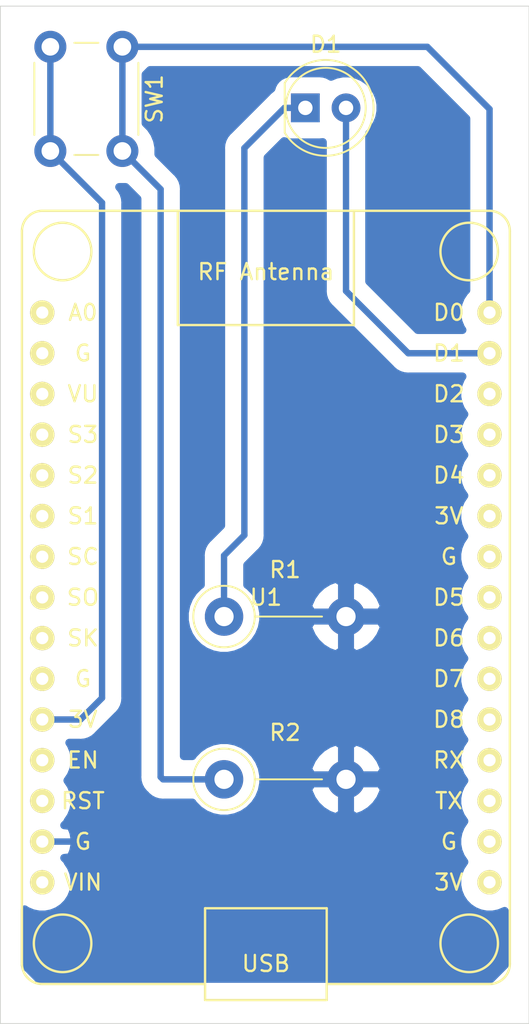
<source format=kicad_pcb>
(kicad_pcb (version 20171130) (host pcbnew 5.1.5-52549c5~86~ubuntu18.04.1)

  (general
    (thickness 1.6)
    (drawings 4)
    (tracks 25)
    (zones 0)
    (modules 5)
    (nets 32)
  )

  (page A4)
  (title_block
    (title "NodeMCU Boton del Pánio ")
    (date 2020-04-20)
    (rev V1.0)
    (company "IES Seritium")
    (comment 1 "por Aurelio Gallardo ")
  )

  (layers
    (0 F.Cu jumper)
    (31 B.Cu signal)
    (33 F.Adhes user)
    (35 F.Paste user)
    (37 F.SilkS user)
    (38 B.Mask user)
    (39 F.Mask user)
    (40 Dwgs.User user)
    (41 Cmts.User user)
    (42 Eco1.User user)
    (43 Eco2.User user)
    (44 Edge.Cuts user)
    (45 Margin user)
    (46 B.CrtYd user)
    (47 F.CrtYd user)
    (49 F.Fab user)
  )

  (setup
    (last_trace_width 0.25)
    (user_trace_width 0.4)
    (trace_clearance 0.2)
    (zone_clearance 1)
    (zone_45_only no)
    (trace_min 0.2)
    (via_size 0.8)
    (via_drill 0.4)
    (via_min_size 0.4)
    (via_min_drill 0.3)
    (user_via 0.5 0.4)
    (uvia_size 0.3)
    (uvia_drill 0.1)
    (uvias_allowed no)
    (uvia_min_size 0.2)
    (uvia_min_drill 0.1)
    (edge_width 0.05)
    (segment_width 0.2)
    (pcb_text_width 0.3)
    (pcb_text_size 1.5 1.5)
    (mod_edge_width 0.12)
    (mod_text_size 1 1)
    (mod_text_width 0.15)
    (pad_size 1.524 1.524)
    (pad_drill 0.762)
    (pad_to_mask_clearance 0.051)
    (solder_mask_min_width 0.25)
    (aux_axis_origin 0 0)
    (visible_elements FFFFFF7F)
    (pcbplotparams
      (layerselection 0x010e8_ffffffff)
      (usegerberextensions false)
      (usegerberattributes false)
      (usegerberadvancedattributes false)
      (creategerberjobfile false)
      (excludeedgelayer true)
      (linewidth 0.100000)
      (plotframeref false)
      (viasonmask false)
      (mode 1)
      (useauxorigin false)
      (hpglpennumber 1)
      (hpglpenspeed 20)
      (hpglpendiameter 15.000000)
      (psnegative false)
      (psa4output false)
      (plotreference true)
      (plotvalue true)
      (plotinvisibletext false)
      (padsonsilk false)
      (subtractmaskfromsilk false)
      (outputformat 1)
      (mirror false)
      (drillshape 0)
      (scaleselection 1)
      (outputdirectory ""))
  )

  (net 0 "")
  (net 1 "Net-(D1-Pad1)")
  (net 2 "Net-(D1-Pad2)")
  (net 3 "Net-(R1-Pad2)")
  (net 4 /SWtoD0)
  (net 5 Vdc)
  (net 6 "Net-(U1-Pad1)")
  (net 7 "Net-(U1-Pad2)")
  (net 8 "Net-(U1-Pad3)")
  (net 9 "Net-(U1-Pad4)")
  (net 10 "Net-(U1-Pad5)")
  (net 11 "Net-(U1-Pad6)")
  (net 12 "Net-(U1-Pad7)")
  (net 13 "Net-(U1-Pad8)")
  (net 14 "Net-(U1-Pad9)")
  (net 15 "Net-(U1-Pad10)")
  (net 16 "Net-(U1-Pad12)")
  (net 17 "Net-(U1-Pad13)")
  (net 18 "Net-(U1-Pad15)")
  (net 19 "Net-(U1-Pad16)")
  (net 20 "Net-(U1-Pad17)")
  (net 21 "Net-(U1-Pad18)")
  (net 22 "Net-(U1-Pad19)")
  (net 23 "Net-(U1-Pad20)")
  (net 24 "Net-(U1-Pad21)")
  (net 25 "Net-(U1-Pad22)")
  (net 26 "Net-(U1-Pad23)")
  (net 27 "Net-(U1-Pad24)")
  (net 28 "Net-(U1-Pad25)")
  (net 29 "Net-(U1-Pad26)")
  (net 30 "Net-(U1-Pad27)")
  (net 31 "Net-(U1-Pad28)")

  (net_class Default "Esta es la clase de red por defecto."
    (clearance 0.2)
    (trace_width 0.25)
    (via_dia 0.8)
    (via_drill 0.4)
    (uvia_dia 0.3)
    (uvia_drill 0.1)
    (add_net /SWtoD0)
    (add_net "Net-(D1-Pad1)")
    (add_net "Net-(D1-Pad2)")
    (add_net "Net-(R1-Pad2)")
    (add_net "Net-(U1-Pad1)")
    (add_net "Net-(U1-Pad10)")
    (add_net "Net-(U1-Pad12)")
    (add_net "Net-(U1-Pad13)")
    (add_net "Net-(U1-Pad15)")
    (add_net "Net-(U1-Pad16)")
    (add_net "Net-(U1-Pad17)")
    (add_net "Net-(U1-Pad18)")
    (add_net "Net-(U1-Pad19)")
    (add_net "Net-(U1-Pad2)")
    (add_net "Net-(U1-Pad20)")
    (add_net "Net-(U1-Pad21)")
    (add_net "Net-(U1-Pad22)")
    (add_net "Net-(U1-Pad23)")
    (add_net "Net-(U1-Pad24)")
    (add_net "Net-(U1-Pad25)")
    (add_net "Net-(U1-Pad26)")
    (add_net "Net-(U1-Pad27)")
    (add_net "Net-(U1-Pad28)")
    (add_net "Net-(U1-Pad3)")
    (add_net "Net-(U1-Pad4)")
    (add_net "Net-(U1-Pad5)")
    (add_net "Net-(U1-Pad6)")
    (add_net "Net-(U1-Pad7)")
    (add_net "Net-(U1-Pad8)")
    (add_net "Net-(U1-Pad9)")
    (add_net Vdc)
  )

  (module Button_Switch_THT:SW_PUSH_6mm_H13mm (layer F.Cu) (tedit 5A02FE31) (tstamp 5E9DC5A3)
    (at 132.08 59.69 270)
    (descr "tactile push button, 6x6mm e.g. PHAP33xx series, height=13mm")
    (tags "tact sw push 6mm")
    (path /5E9DBCBD)
    (fp_text reference SW1 (at 3.25 -2 90) (layer F.SilkS)
      (effects (font (size 1 1) (thickness 0.15)))
    )
    (fp_text value SW_Push_Dual_x2 (at 3.75 6.7 90) (layer F.Fab)
      (effects (font (size 1 1) (thickness 0.15)))
    )
    (fp_text user %R (at 3.25 2.25 90) (layer F.Fab)
      (effects (font (size 1 1) (thickness 0.15)))
    )
    (fp_line (start 3.25 -0.75) (end 6.25 -0.75) (layer F.Fab) (width 0.1))
    (fp_line (start 6.25 -0.75) (end 6.25 5.25) (layer F.Fab) (width 0.1))
    (fp_line (start 6.25 5.25) (end 0.25 5.25) (layer F.Fab) (width 0.1))
    (fp_line (start 0.25 5.25) (end 0.25 -0.75) (layer F.Fab) (width 0.1))
    (fp_line (start 0.25 -0.75) (end 3.25 -0.75) (layer F.Fab) (width 0.1))
    (fp_line (start 7.75 6) (end 8 6) (layer F.CrtYd) (width 0.05))
    (fp_line (start 8 6) (end 8 5.75) (layer F.CrtYd) (width 0.05))
    (fp_line (start 7.75 -1.5) (end 8 -1.5) (layer F.CrtYd) (width 0.05))
    (fp_line (start 8 -1.5) (end 8 -1.25) (layer F.CrtYd) (width 0.05))
    (fp_line (start -1.5 -1.25) (end -1.5 -1.5) (layer F.CrtYd) (width 0.05))
    (fp_line (start -1.5 -1.5) (end -1.25 -1.5) (layer F.CrtYd) (width 0.05))
    (fp_line (start -1.5 5.75) (end -1.5 6) (layer F.CrtYd) (width 0.05))
    (fp_line (start -1.5 6) (end -1.25 6) (layer F.CrtYd) (width 0.05))
    (fp_line (start -1.25 -1.5) (end 7.75 -1.5) (layer F.CrtYd) (width 0.05))
    (fp_line (start -1.5 5.75) (end -1.5 -1.25) (layer F.CrtYd) (width 0.05))
    (fp_line (start 7.75 6) (end -1.25 6) (layer F.CrtYd) (width 0.05))
    (fp_line (start 8 -1.25) (end 8 5.75) (layer F.CrtYd) (width 0.05))
    (fp_line (start 1 5.5) (end 5.5 5.5) (layer F.SilkS) (width 0.12))
    (fp_line (start -0.25 1.5) (end -0.25 3) (layer F.SilkS) (width 0.12))
    (fp_line (start 5.5 -1) (end 1 -1) (layer F.SilkS) (width 0.12))
    (fp_line (start 6.75 3) (end 6.75 1.5) (layer F.SilkS) (width 0.12))
    (fp_circle (center 3.25 2.25) (end 1.25 2.5) (layer F.Fab) (width 0.1))
    (pad 2 thru_hole circle (at 0 4.5) (size 2 2) (drill 1.1) (layers *.Cu *.Mask)
      (net 5 Vdc))
    (pad 1 thru_hole circle (at 0 0) (size 2 2) (drill 1.1) (layers *.Cu *.Mask)
      (net 4 /SWtoD0))
    (pad 2 thru_hole circle (at 6.5 4.5) (size 2 2) (drill 1.1) (layers *.Cu *.Mask)
      (net 5 Vdc))
    (pad 1 thru_hole circle (at 6.5 0) (size 2 2) (drill 1.1) (layers *.Cu *.Mask)
      (net 4 /SWtoD0))
    (model ${KISYS3DMOD}/Button_Switch_THT.3dshapes/SW_PUSH_6mm_H13mm.wrl
      (at (xyz 0 0 0))
      (scale (xyz 1 1 1))
      (rotate (xyz 0 0 0))
    )
  )

  (module Resistor_THT:R_Axial_DIN0411_L9.9mm_D3.6mm_P7.62mm_Vertical (layer F.Cu) (tedit 5AE5139B) (tstamp 5E9DBBF5)
    (at 138.43 105.41)
    (descr "Resistor, Axial_DIN0411 series, Axial, Vertical, pin pitch=7.62mm, 1W, length*diameter=9.9*3.6mm^2")
    (tags "Resistor Axial_DIN0411 series Axial Vertical pin pitch 7.62mm 1W length 9.9mm diameter 3.6mm")
    (path /5E9DC341)
    (fp_text reference R2 (at 3.81 -2.92) (layer F.SilkS)
      (effects (font (size 1 1) (thickness 0.15)))
    )
    (fp_text value 10k (at 3.81 2.92) (layer F.Fab)
      (effects (font (size 1 1) (thickness 0.15)))
    )
    (fp_text user %R (at 3.81 -2.92) (layer F.Fab)
      (effects (font (size 1 1) (thickness 0.15)))
    )
    (fp_line (start 9.07 -2.05) (end -2.05 -2.05) (layer F.CrtYd) (width 0.05))
    (fp_line (start 9.07 2.05) (end 9.07 -2.05) (layer F.CrtYd) (width 0.05))
    (fp_line (start -2.05 2.05) (end 9.07 2.05) (layer F.CrtYd) (width 0.05))
    (fp_line (start -2.05 -2.05) (end -2.05 2.05) (layer F.CrtYd) (width 0.05))
    (fp_line (start 1.92 0) (end 6.12 0) (layer F.SilkS) (width 0.12))
    (fp_line (start 0 0) (end 7.62 0) (layer F.Fab) (width 0.1))
    (fp_circle (center 0 0) (end 1.92 0) (layer F.SilkS) (width 0.12))
    (fp_circle (center 0 0) (end 1.8 0) (layer F.Fab) (width 0.1))
    (pad 2 thru_hole oval (at 7.62 0) (size 2.4 2.4) (drill 1.2) (layers *.Cu *.Mask)
      (net 3 "Net-(R1-Pad2)"))
    (pad 1 thru_hole circle (at 0 0) (size 2.4 2.4) (drill 1.2) (layers *.Cu *.Mask)
      (net 4 /SWtoD0))
    (model ${KISYS3DMOD}/Resistor_THT.3dshapes/R_Axial_DIN0411_L9.9mm_D3.6mm_P7.62mm_Vertical.wrl
      (at (xyz 0 0 0))
      (scale (xyz 1 1 1))
      (rotate (xyz 0 0 0))
    )
  )

  (module Resistor_THT:R_Axial_DIN0411_L9.9mm_D3.6mm_P7.62mm_Vertical (layer F.Cu) (tedit 5AE5139B) (tstamp 5E9DBBE6)
    (at 138.43 95.25)
    (descr "Resistor, Axial_DIN0411 series, Axial, Vertical, pin pitch=7.62mm, 1W, length*diameter=9.9*3.6mm^2")
    (tags "Resistor Axial_DIN0411 series Axial Vertical pin pitch 7.62mm 1W length 9.9mm diameter 3.6mm")
    (path /5E9DB671)
    (fp_text reference R1 (at 3.81 -2.92) (layer F.SilkS)
      (effects (font (size 1 1) (thickness 0.15)))
    )
    (fp_text value 220 (at 3.81 2.92) (layer F.Fab)
      (effects (font (size 1 1) (thickness 0.15)))
    )
    (fp_circle (center 0 0) (end 1.8 0) (layer F.Fab) (width 0.1))
    (fp_circle (center 0 0) (end 1.92 0) (layer F.SilkS) (width 0.12))
    (fp_line (start 0 0) (end 7.62 0) (layer F.Fab) (width 0.1))
    (fp_line (start 1.92 0) (end 6.12 0) (layer F.SilkS) (width 0.12))
    (fp_line (start -2.05 -2.05) (end -2.05 2.05) (layer F.CrtYd) (width 0.05))
    (fp_line (start -2.05 2.05) (end 9.07 2.05) (layer F.CrtYd) (width 0.05))
    (fp_line (start 9.07 2.05) (end 9.07 -2.05) (layer F.CrtYd) (width 0.05))
    (fp_line (start 9.07 -2.05) (end -2.05 -2.05) (layer F.CrtYd) (width 0.05))
    (fp_text user %R (at 3.81 -2.92) (layer F.Fab)
      (effects (font (size 1 1) (thickness 0.15)))
    )
    (pad 1 thru_hole circle (at 0 0) (size 2.4 2.4) (drill 1.2) (layers *.Cu *.Mask)
      (net 1 "Net-(D1-Pad1)"))
    (pad 2 thru_hole oval (at 7.62 0) (size 2.4 2.4) (drill 1.2) (layers *.Cu *.Mask)
      (net 3 "Net-(R1-Pad2)"))
    (model ${KISYS3DMOD}/Resistor_THT.3dshapes/R_Axial_DIN0411_L9.9mm_D3.6mm_P7.62mm_Vertical.wrl
      (at (xyz 0 0 0))
      (scale (xyz 1 1 1))
      (rotate (xyz 0 0 0))
    )
  )

  (module LED_THT:LED_D5.0mm (layer F.Cu) (tedit 5995936A) (tstamp 5E9DC603)
    (at 143.51 63.5)
    (descr "LED, diameter 5.0mm, 2 pins, http://cdn-reichelt.de/documents/datenblatt/A500/LL-504BC2E-009.pdf")
    (tags "LED diameter 5.0mm 2 pins")
    (path /5E9DA556)
    (fp_text reference D1 (at 1.27 -3.96) (layer F.SilkS)
      (effects (font (size 1 1) (thickness 0.15)))
    )
    (fp_text value LED (at 1.27 3.96) (layer F.Fab)
      (effects (font (size 1 1) (thickness 0.15)))
    )
    (fp_arc (start 1.27 0) (end -1.23 -1.469694) (angle 299.1) (layer F.Fab) (width 0.1))
    (fp_arc (start 1.27 0) (end -1.29 -1.54483) (angle 148.9) (layer F.SilkS) (width 0.12))
    (fp_arc (start 1.27 0) (end -1.29 1.54483) (angle -148.9) (layer F.SilkS) (width 0.12))
    (fp_circle (center 1.27 0) (end 3.77 0) (layer F.Fab) (width 0.1))
    (fp_circle (center 1.27 0) (end 3.77 0) (layer F.SilkS) (width 0.12))
    (fp_line (start -1.23 -1.469694) (end -1.23 1.469694) (layer F.Fab) (width 0.1))
    (fp_line (start -1.29 -1.545) (end -1.29 1.545) (layer F.SilkS) (width 0.12))
    (fp_line (start -1.95 -3.25) (end -1.95 3.25) (layer F.CrtYd) (width 0.05))
    (fp_line (start -1.95 3.25) (end 4.5 3.25) (layer F.CrtYd) (width 0.05))
    (fp_line (start 4.5 3.25) (end 4.5 -3.25) (layer F.CrtYd) (width 0.05))
    (fp_line (start 4.5 -3.25) (end -1.95 -3.25) (layer F.CrtYd) (width 0.05))
    (fp_text user %R (at 1.25 0 -90) (layer F.Fab)
      (effects (font (size 0.8 0.8) (thickness 0.2)))
    )
    (pad 1 thru_hole rect (at 0 0) (size 1.8 1.8) (drill 0.9) (layers *.Cu *.Mask)
      (net 1 "Net-(D1-Pad1)"))
    (pad 2 thru_hole circle (at 2.54 0) (size 1.8 1.8) (drill 0.9) (layers *.Cu *.Mask)
      (net 2 "Net-(D1-Pad2)"))
    (model ${KISYS3DMOD}/LED_THT.3dshapes/LED_D5.0mm.wrl
      (at (xyz 0 0 0))
      (scale (xyz 1 1 1))
      (rotate (xyz 0 0 0))
    )
  )

  (module "NODEMCU:NodeMCU1.0(12-E)" (layer F.Cu) (tedit 5AF3DDCB) (tstamp 5E9DBC6A)
    (at 141.045001 94.055001)
    (path /5E9D762E)
    (fp_text reference U1 (at 0 0) (layer F.SilkS)
      (effects (font (size 1 1) (thickness 0.15)))
    )
    (fp_text value "NodeMCU1.0(ESP-12E)" (at 0 -5.08) (layer F.Fab)
      (effects (font (size 1 1) (thickness 0.15)))
    )
    (fp_line (start 13.98 24.13) (end 3.81 24.13) (layer F.SilkS) (width 0.15))
    (fp_text user USB (at 0 22.86) (layer F.SilkS)
      (effects (font (size 1 1) (thickness 0.15)))
    )
    (fp_text user "RF Antenna" (at 0 -20.32) (layer F.SilkS)
      (effects (font (size 1 1) (thickness 0.15)))
    )
    (fp_line (start 5.5 -17) (end -5.5 -17) (layer F.SilkS) (width 0.15))
    (fp_line (start 5.5 -24.13) (end 5.5 -17) (layer F.SilkS) (width 0.15))
    (fp_line (start -5.5 -17) (end -5.5 -24.13) (layer F.SilkS) (width 0.15))
    (fp_line (start -3.8 25.13) (end -3.8 19.4) (layer F.SilkS) (width 0.15))
    (fp_line (start -3.8 19.4) (end 3.8 19.4) (layer F.SilkS) (width 0.15))
    (fp_line (start 3.8 19.4) (end 3.8 25.13) (layer F.SilkS) (width 0.15))
    (fp_line (start 3.8 25.13) (end -3.8 25.13) (layer F.SilkS) (width 0.15))
    (fp_arc (start -13.97 -22.86) (end -15.24 -22.86) (angle 90) (layer F.SilkS) (width 0.15))
    (fp_arc (start 13.97 -22.86) (end 13.97 -24.13) (angle 90) (layer F.SilkS) (width 0.15))
    (fp_arc (start 13.97 22.86) (end 15.24 22.86) (angle 90) (layer F.SilkS) (width 0.15))
    (fp_arc (start -13.97 22.86) (end -13.97 24.13) (angle 90) (layer F.SilkS) (width 0.15))
    (fp_line (start 15.24 -22.86) (end 15.24 22.86) (layer F.SilkS) (width 0.15))
    (fp_line (start -15.24 -22.86) (end -15.24 22.86) (layer F.SilkS) (width 0.15))
    (fp_line (start -3.8 24.13) (end -13.97 24.13) (layer F.SilkS) (width 0.15))
    (fp_text user VIN (at -11.43 17.78) (layer F.SilkS)
      (effects (font (size 1 1) (thickness 0.15)))
    )
    (fp_text user G (at -11.43 15.24) (layer F.SilkS)
      (effects (font (size 1 1) (thickness 0.15)))
    )
    (fp_text user RST (at -11.43 12.7) (layer F.SilkS)
      (effects (font (size 1 1) (thickness 0.15)))
    )
    (fp_text user EN (at -11.43 10.16) (layer F.SilkS)
      (effects (font (size 1 1) (thickness 0.15)))
    )
    (fp_text user 3V (at -11.43 7.62) (layer F.SilkS)
      (effects (font (size 1 1) (thickness 0.15)))
    )
    (fp_text user G (at -11.43 5.08) (layer F.SilkS)
      (effects (font (size 1 1) (thickness 0.15)))
    )
    (fp_text user SK (at -11.43 2.54) (layer F.SilkS)
      (effects (font (size 1 1) (thickness 0.15)))
    )
    (fp_text user SO (at -11.43 0) (layer F.SilkS)
      (effects (font (size 1 1) (thickness 0.15)))
    )
    (fp_text user SC (at -11.43 -2.54) (layer F.SilkS)
      (effects (font (size 1 1) (thickness 0.15)))
    )
    (fp_text user S1 (at -11.43 -5.08) (layer F.SilkS)
      (effects (font (size 1 1) (thickness 0.15)))
    )
    (fp_text user S2 (at -11.43 -7.62) (layer F.SilkS)
      (effects (font (size 1 1) (thickness 0.15)))
    )
    (fp_text user S3 (at -11.43 -10.16) (layer F.SilkS)
      (effects (font (size 1 1) (thickness 0.15)))
    )
    (fp_text user VU (at -11.43 -12.7) (layer F.SilkS)
      (effects (font (size 1 1) (thickness 0.15)))
    )
    (fp_text user G (at -11.43 -15.24) (layer F.SilkS)
      (effects (font (size 1 1) (thickness 0.15)))
    )
    (fp_text user A0 (at -11.43 -17.78) (layer F.SilkS)
      (effects (font (size 1 1) (thickness 0.15)))
    )
    (fp_text user 3V (at 11.43 17.78) (layer F.SilkS)
      (effects (font (size 1 1) (thickness 0.15)))
    )
    (fp_text user G (at 11.43 15.24) (layer F.SilkS)
      (effects (font (size 1 1) (thickness 0.15)))
    )
    (fp_text user TX (at 11.43 12.7) (layer F.SilkS)
      (effects (font (size 1 1) (thickness 0.15)))
    )
    (fp_text user RX (at 11.43 10.16) (layer F.SilkS)
      (effects (font (size 1 1) (thickness 0.15)))
    )
    (fp_text user D8 (at 11.43 7.62) (layer F.SilkS)
      (effects (font (size 1 1) (thickness 0.15)))
    )
    (fp_text user D7 (at 11.43 5.08) (layer F.SilkS)
      (effects (font (size 1 1) (thickness 0.15)))
    )
    (fp_text user D6 (at 11.43 2.54) (layer F.SilkS)
      (effects (font (size 1 1) (thickness 0.15)))
    )
    (fp_text user D5 (at 11.43 0) (layer F.SilkS)
      (effects (font (size 1 1) (thickness 0.15)))
    )
    (fp_text user G (at 11.43 -2.54) (layer F.SilkS)
      (effects (font (size 1 1) (thickness 0.15)))
    )
    (fp_text user 3V (at 11.43 -5.08) (layer F.SilkS)
      (effects (font (size 1 1) (thickness 0.15)))
    )
    (fp_text user D4 (at 11.43 -7.62) (layer F.SilkS)
      (effects (font (size 1 1) (thickness 0.15)))
    )
    (fp_text user D3 (at 11.43 -10.16) (layer F.SilkS)
      (effects (font (size 1 1) (thickness 0.15)))
    )
    (fp_text user D2 (at 11.43 -12.7) (layer F.SilkS)
      (effects (font (size 1 1) (thickness 0.15)))
    )
    (fp_text user D1 (at 11.43 -15.24) (layer F.SilkS)
      (effects (font (size 1 1) (thickness 0.15)))
    )
    (fp_text user D0 (at 11.43 -17.78) (layer F.SilkS)
      (effects (font (size 1 1) (thickness 0.15)))
    )
    (fp_circle (center 12.7 21.59) (end 13.97 20.32) (layer F.SilkS) (width 0.15))
    (fp_circle (center -12.7 21.59) (end -11.43 20.32) (layer F.SilkS) (width 0.15))
    (fp_circle (center -12.7 -21.59) (end -11.43 -22.86) (layer F.SilkS) (width 0.15))
    (fp_circle (center 12.7 -21.59) (end 13.97 -22.86) (layer F.SilkS) (width 0.15))
    (fp_line (start 13.97 -24.13) (end -13.97 -24.13) (layer F.SilkS) (width 0.15))
    (pad 1 thru_hole circle (at -13.97 -17.78) (size 1.524 1.524) (drill 0.762) (layers *.Cu *.Mask F.SilkS)
      (net 6 "Net-(U1-Pad1)"))
    (pad 2 thru_hole circle (at -13.97 -15.24) (size 1.524 1.524) (drill 0.762) (layers *.Cu *.Mask F.SilkS)
      (net 7 "Net-(U1-Pad2)"))
    (pad 3 thru_hole circle (at -13.97 -12.7) (size 1.524 1.524) (drill 0.762) (layers *.Cu *.Mask F.SilkS)
      (net 8 "Net-(U1-Pad3)"))
    (pad 4 thru_hole circle (at -13.97 -10.16) (size 1.524 1.524) (drill 0.762) (layers *.Cu *.Mask F.SilkS)
      (net 9 "Net-(U1-Pad4)"))
    (pad 5 thru_hole circle (at -13.97 -7.62) (size 1.524 1.524) (drill 0.762) (layers *.Cu *.Mask F.SilkS)
      (net 10 "Net-(U1-Pad5)"))
    (pad 6 thru_hole circle (at -13.97 -5.08) (size 1.524 1.524) (drill 0.762) (layers *.Cu *.Mask F.SilkS)
      (net 11 "Net-(U1-Pad6)"))
    (pad 7 thru_hole circle (at -13.97 -2.54) (size 1.524 1.524) (drill 0.762) (layers *.Cu *.Mask F.SilkS)
      (net 12 "Net-(U1-Pad7)"))
    (pad 8 thru_hole circle (at -13.97 0) (size 1.524 1.524) (drill 0.762) (layers *.Cu *.Mask F.SilkS)
      (net 13 "Net-(U1-Pad8)"))
    (pad 9 thru_hole circle (at -13.97 2.54) (size 1.524 1.524) (drill 0.762) (layers *.Cu *.Mask F.SilkS)
      (net 14 "Net-(U1-Pad9)"))
    (pad 10 thru_hole circle (at -13.97 5.08) (size 1.524 1.524) (drill 0.762) (layers *.Cu *.Mask F.SilkS)
      (net 15 "Net-(U1-Pad10)"))
    (pad 11 thru_hole circle (at -13.97 7.62) (size 1.524 1.524) (drill 0.762) (layers *.Cu *.Mask F.SilkS)
      (net 5 Vdc))
    (pad 12 thru_hole circle (at -13.97 10.16) (size 1.524 1.524) (drill 0.762) (layers *.Cu *.Mask F.SilkS)
      (net 16 "Net-(U1-Pad12)"))
    (pad 13 thru_hole circle (at -13.97 12.7) (size 1.524 1.524) (drill 0.762) (layers *.Cu *.Mask F.SilkS)
      (net 17 "Net-(U1-Pad13)"))
    (pad 14 thru_hole circle (at -13.97 15.24) (size 1.524 1.524) (drill 0.762) (layers *.Cu *.Mask F.SilkS)
      (net 3 "Net-(R1-Pad2)"))
    (pad 15 thru_hole circle (at -13.97 17.78) (size 1.524 1.524) (drill 0.762) (layers *.Cu *.Mask F.SilkS)
      (net 18 "Net-(U1-Pad15)"))
    (pad 16 thru_hole circle (at 13.97 17.78) (size 1.524 1.524) (drill 0.762) (layers *.Cu *.Mask F.SilkS)
      (net 19 "Net-(U1-Pad16)"))
    (pad 17 thru_hole circle (at 13.97 15.24) (size 1.524 1.524) (drill 0.762) (layers *.Cu *.Mask F.SilkS)
      (net 20 "Net-(U1-Pad17)"))
    (pad 18 thru_hole circle (at 13.97 12.7) (size 1.524 1.524) (drill 0.762) (layers *.Cu *.Mask F.SilkS)
      (net 21 "Net-(U1-Pad18)"))
    (pad 19 thru_hole circle (at 13.97 10.16) (size 1.524 1.524) (drill 0.762) (layers *.Cu *.Mask F.SilkS)
      (net 22 "Net-(U1-Pad19)"))
    (pad 20 thru_hole circle (at 13.97 7.62) (size 1.524 1.524) (drill 0.762) (layers *.Cu *.Mask F.SilkS)
      (net 23 "Net-(U1-Pad20)"))
    (pad 21 thru_hole circle (at 13.97 5.08) (size 1.524 1.524) (drill 0.762) (layers *.Cu *.Mask F.SilkS)
      (net 24 "Net-(U1-Pad21)"))
    (pad 22 thru_hole circle (at 13.97 2.54) (size 1.524 1.524) (drill 0.762) (layers *.Cu *.Mask F.SilkS)
      (net 25 "Net-(U1-Pad22)"))
    (pad 23 thru_hole circle (at 13.97 0) (size 1.524 1.524) (drill 0.762) (layers *.Cu *.Mask F.SilkS)
      (net 26 "Net-(U1-Pad23)"))
    (pad 24 thru_hole circle (at 13.97 -2.54) (size 1.524 1.524) (drill 0.762) (layers *.Cu *.Mask F.SilkS)
      (net 27 "Net-(U1-Pad24)"))
    (pad 25 thru_hole circle (at 13.97 -5.08) (size 1.524 1.524) (drill 0.762) (layers *.Cu *.Mask F.SilkS)
      (net 28 "Net-(U1-Pad25)"))
    (pad 26 thru_hole circle (at 13.97 -7.62) (size 1.524 1.524) (drill 0.762) (layers *.Cu *.Mask F.SilkS)
      (net 29 "Net-(U1-Pad26)"))
    (pad 27 thru_hole circle (at 13.97 -10.16) (size 1.524 1.524) (drill 0.762) (layers *.Cu *.Mask F.SilkS)
      (net 30 "Net-(U1-Pad27)"))
    (pad 28 thru_hole circle (at 13.97 -12.7) (size 1.524 1.524) (drill 0.762) (layers *.Cu *.Mask F.SilkS)
      (net 31 "Net-(U1-Pad28)"))
    (pad 29 thru_hole circle (at 13.97 -15.24) (size 1.524 1.524) (drill 0.762) (layers *.Cu *.Mask F.SilkS)
      (net 2 "Net-(D1-Pad2)"))
    (pad 30 thru_hole circle (at 13.97 -17.78) (size 1.524 1.524) (drill 0.762) (layers *.Cu *.Mask F.SilkS)
      (net 4 /SWtoD0))
  )

  (gr_line (start 124.46 57.15) (end 124.46 120.65) (layer Edge.Cuts) (width 0.05) (tstamp 5E9DC105))
  (gr_line (start 157.48 57.15) (end 124.46 57.15) (layer Edge.Cuts) (width 0.05))
  (gr_line (start 157.48 120.65) (end 157.48 57.15) (layer Edge.Cuts) (width 0.05))
  (gr_line (start 124.46 120.65) (end 157.48 120.65) (layer Edge.Cuts) (width 0.05))

  (segment (start 138.43 91.44) (end 138.43 95.25) (width 0.4) (layer B.Cu) (net 1))
  (segment (start 139.7 90.17) (end 138.43 91.44) (width 0.4) (layer B.Cu) (net 1))
  (segment (start 142.21 63.5) (end 139.7 66.01) (width 0.4) (layer B.Cu) (net 1))
  (segment (start 143.51 63.5) (end 142.21 63.5) (width 0.4) (layer B.Cu) (net 1))
  (segment (start 139.7 66.01) (end 139.7 90.17) (width 0.4) (layer B.Cu) (net 1))
  (segment (start 149.935001 78.815001) (end 155.015001 78.815001) (width 0.4) (layer B.Cu) (net 2))
  (segment (start 146.05 74.93) (end 149.935001 78.815001) (width 0.4) (layer B.Cu) (net 2))
  (segment (start 146.05 63.5) (end 146.05 74.93) (width 0.4) (layer B.Cu) (net 2))
  (segment (start 146.05 95.25) (end 146.05 105.41) (width 0.4) (layer B.Cu) (net 3))
  (segment (start 146.05 105.41) (end 146.05 107.95) (width 0.4) (layer B.Cu) (net 3))
  (segment (start 144.704999 109.295001) (end 127.075001 109.295001) (width 0.4) (layer B.Cu) (net 3))
  (segment (start 146.05 107.95) (end 144.704999 109.295001) (width 0.4) (layer B.Cu) (net 3))
  (segment (start 132.08 59.69) (end 132.08 66.19) (width 0.4) (layer B.Cu) (net 4))
  (segment (start 132.08 66.19) (end 134.47 68.58) (width 0.4) (layer B.Cu) (net 4))
  (segment (start 134.47 68.58) (end 134.47 105.26) (width 0.4) (layer B.Cu) (net 4))
  (segment (start 134.62 105.41) (end 138.43 105.41) (width 0.4) (layer B.Cu) (net 4))
  (segment (start 134.47 105.26) (end 134.62 105.41) (width 0.4) (layer B.Cu) (net 4))
  (segment (start 151.13 59.69) (end 132.08 59.69) (width 0.4) (layer B.Cu) (net 4))
  (segment (start 155.015001 76.275001) (end 155.015001 63.575001) (width 0.4) (layer B.Cu) (net 4))
  (segment (start 155.015001 63.575001) (end 151.13 59.69) (width 0.4) (layer B.Cu) (net 4))
  (segment (start 127.58 59.69) (end 127.58 66.19) (width 0.4) (layer B.Cu) (net 5))
  (segment (start 129.464999 101.675001) (end 127.075001 101.675001) (width 0.4) (layer B.Cu) (net 5))
  (segment (start 130.81 100.33) (end 129.464999 101.675001) (width 0.4) (layer B.Cu) (net 5))
  (segment (start 127.58 66.19) (end 130.81 69.42) (width 0.4) (layer B.Cu) (net 5))
  (segment (start 130.81 69.42) (end 130.81 100.33) (width 0.4) (layer B.Cu) (net 5))

  (zone (net 3) (net_name "Net-(R1-Pad2)") (layer B.Cu) (tstamp 5E9DF540) (hatch edge 0.508)
    (priority 1)
    (connect_pads (clearance 1))
    (min_thickness 0.5)
    (fill yes (arc_segments 32) (thermal_gap 1) (thermal_bridge_width 1) (smoothing chamfer) (radius 1))
    (polygon
      (pts
        (xy 156.21 118.11) (xy 125.73 118.11) (xy 125.73 58.42) (xy 156.21 58.42)
      )
    )
    (filled_polygon
      (pts
        (xy 153.565002 64.175612) (xy 153.565001 74.879604) (xy 153.452179 74.992426) (xy 153.23199 75.321962) (xy 153.080321 75.688122)
        (xy 153.003001 76.076836) (xy 153.003001 76.473166) (xy 153.080321 76.86188) (xy 153.23199 77.22804) (xy 153.323504 77.365001)
        (xy 150.535611 77.365001) (xy 147.5 74.329391) (xy 147.5 65.090559) (xy 147.720014 64.870545) (xy 147.955305 64.518407)
        (xy 148.117377 64.127132) (xy 148.2 63.711757) (xy 148.2 63.288243) (xy 148.117377 62.872868) (xy 147.955305 62.481593)
        (xy 147.720014 62.129455) (xy 147.420545 61.829986) (xy 147.068407 61.594695) (xy 146.677132 61.432623) (xy 146.261757 61.35)
        (xy 145.838243 61.35) (xy 145.422868 61.432623) (xy 145.113885 61.560609) (xy 145.107823 61.555634) (xy 144.890669 61.439563)
        (xy 144.655043 61.368087) (xy 144.41 61.343952) (xy 142.61 61.343952) (xy 142.364957 61.368087) (xy 142.129331 61.439563)
        (xy 141.912177 61.555634) (xy 141.72184 61.71184) (xy 141.565634 61.902177) (xy 141.449563 62.119331) (xy 141.397476 62.291039)
        (xy 141.235058 62.424332) (xy 141.235055 62.424335) (xy 141.179735 62.469735) (xy 141.134334 62.525056) (xy 138.725057 64.934334)
        (xy 138.669735 64.979736) (xy 138.624335 65.035056) (xy 138.624332 65.035059) (xy 138.522013 65.159735) (xy 138.488536 65.200527)
        (xy 138.353894 65.452425) (xy 138.270981 65.725751) (xy 138.25 65.938776) (xy 138.25 65.938785) (xy 138.242986 66.01)
        (xy 138.25 66.081215) (xy 138.250001 89.569389) (xy 137.455056 90.364335) (xy 137.399735 90.409736) (xy 137.218536 90.630527)
        (xy 137.083894 90.882425) (xy 137.000981 91.155751) (xy 136.98 91.368776) (xy 136.98 91.368785) (xy 136.972986 91.44)
        (xy 136.98 91.511215) (xy 136.98 93.272268) (xy 136.868216 93.34696) (xy 136.52696 93.688216) (xy 136.258838 94.08949)
        (xy 136.074152 94.535361) (xy 135.98 95.008696) (xy 135.98 95.491304) (xy 136.074152 95.964639) (xy 136.258838 96.41051)
        (xy 136.52696 96.811784) (xy 136.868216 97.15304) (xy 137.26949 97.421162) (xy 137.715361 97.605848) (xy 138.188696 97.7)
        (xy 138.671304 97.7) (xy 139.144639 97.605848) (xy 139.59051 97.421162) (xy 139.991784 97.15304) (xy 140.33304 96.811784)
        (xy 140.601162 96.41051) (xy 140.785848 95.964639) (xy 140.803044 95.878186) (xy 143.681903 95.878186) (xy 143.731993 96.043329)
        (xy 143.931304 96.480306) (xy 144.212035 96.870003) (xy 144.563398 97.197444) (xy 144.97189 97.450046) (xy 145.421813 97.618102)
        (xy 145.8 97.374717) (xy 145.8 95.5) (xy 146.3 95.5) (xy 146.3 97.374717) (xy 146.678187 97.618102)
        (xy 147.12811 97.450046) (xy 147.536602 97.197444) (xy 147.887965 96.870003) (xy 148.168696 96.480306) (xy 148.368007 96.043329)
        (xy 148.418097 95.878186) (xy 148.17283 95.5) (xy 146.3 95.5) (xy 145.8 95.5) (xy 143.92717 95.5)
        (xy 143.681903 95.878186) (xy 140.803044 95.878186) (xy 140.88 95.491304) (xy 140.88 95.008696) (xy 140.803045 94.621814)
        (xy 143.681903 94.621814) (xy 143.92717 95) (xy 145.8 95) (xy 145.8 93.125283) (xy 146.3 93.125283)
        (xy 146.3 95) (xy 148.17283 95) (xy 148.418097 94.621814) (xy 148.368007 94.456671) (xy 148.168696 94.019694)
        (xy 147.887965 93.629997) (xy 147.536602 93.302556) (xy 147.12811 93.049954) (xy 146.678187 92.881898) (xy 146.3 93.125283)
        (xy 145.8 93.125283) (xy 145.421813 92.881898) (xy 144.97189 93.049954) (xy 144.563398 93.302556) (xy 144.212035 93.629997)
        (xy 143.931304 94.019694) (xy 143.731993 94.456671) (xy 143.681903 94.621814) (xy 140.803045 94.621814) (xy 140.785848 94.535361)
        (xy 140.601162 94.08949) (xy 140.33304 93.688216) (xy 139.991784 93.34696) (xy 139.88 93.272269) (xy 139.88 92.040609)
        (xy 140.674944 91.245666) (xy 140.730265 91.200265) (xy 140.911464 90.979474) (xy 141.046106 90.727576) (xy 141.129019 90.45425)
        (xy 141.15 90.241225) (xy 141.15 90.241216) (xy 141.157014 90.170001) (xy 141.15 90.098786) (xy 141.15 66.610609)
        (xy 142.183685 65.576925) (xy 142.364957 65.631913) (xy 142.61 65.656048) (xy 144.41 65.656048) (xy 144.6 65.637334)
        (xy 144.600001 74.858775) (xy 144.592986 74.93) (xy 144.620982 75.214249) (xy 144.703894 75.487574) (xy 144.838536 75.739473)
        (xy 144.974332 75.904941) (xy 144.974336 75.904945) (xy 145.019736 75.960265) (xy 145.075056 76.005665) (xy 148.859335 79.789945)
        (xy 148.904736 79.845266) (xy 148.960056 79.890666) (xy 148.960059 79.890669) (xy 149.125527 80.026465) (xy 149.377425 80.161107)
        (xy 149.650751 80.24402) (xy 149.863776 80.265001) (xy 149.863785 80.265001) (xy 149.935 80.272015) (xy 150.006215 80.265001)
        (xy 153.323504 80.265001) (xy 153.23199 80.401962) (xy 153.080321 80.768122) (xy 153.003001 81.156836) (xy 153.003001 81.553166)
        (xy 153.080321 81.94188) (xy 153.23199 82.30804) (xy 153.443777 82.625001) (xy 153.23199 82.941962) (xy 153.080321 83.308122)
        (xy 153.003001 83.696836) (xy 153.003001 84.093166) (xy 153.080321 84.48188) (xy 153.23199 84.84804) (xy 153.443777 85.165001)
        (xy 153.23199 85.481962) (xy 153.080321 85.848122) (xy 153.003001 86.236836) (xy 153.003001 86.633166) (xy 153.080321 87.02188)
        (xy 153.23199 87.38804) (xy 153.443777 87.705001) (xy 153.23199 88.021962) (xy 153.080321 88.388122) (xy 153.003001 88.776836)
        (xy 153.003001 89.173166) (xy 153.080321 89.56188) (xy 153.23199 89.92804) (xy 153.443777 90.245001) (xy 153.23199 90.561962)
        (xy 153.080321 90.928122) (xy 153.003001 91.316836) (xy 153.003001 91.713166) (xy 153.080321 92.10188) (xy 153.23199 92.46804)
        (xy 153.443777 92.785001) (xy 153.23199 93.101962) (xy 153.080321 93.468122) (xy 153.003001 93.856836) (xy 153.003001 94.253166)
        (xy 153.080321 94.64188) (xy 153.23199 95.00804) (xy 153.443777 95.325001) (xy 153.23199 95.641962) (xy 153.080321 96.008122)
        (xy 153.003001 96.396836) (xy 153.003001 96.793166) (xy 153.080321 97.18188) (xy 153.23199 97.54804) (xy 153.443777 97.865001)
        (xy 153.23199 98.181962) (xy 153.080321 98.548122) (xy 153.003001 98.936836) (xy 153.003001 99.333166) (xy 153.080321 99.72188)
        (xy 153.23199 100.08804) (xy 153.443777 100.405001) (xy 153.23199 100.721962) (xy 153.080321 101.088122) (xy 153.003001 101.476836)
        (xy 153.003001 101.873166) (xy 153.080321 102.26188) (xy 153.23199 102.62804) (xy 153.443777 102.945001) (xy 153.23199 103.261962)
        (xy 153.080321 103.628122) (xy 153.003001 104.016836) (xy 153.003001 104.413166) (xy 153.080321 104.80188) (xy 153.23199 105.16804)
        (xy 153.443777 105.485001) (xy 153.23199 105.801962) (xy 153.080321 106.168122) (xy 153.003001 106.556836) (xy 153.003001 106.953166)
        (xy 153.080321 107.34188) (xy 153.23199 107.70804) (xy 153.443777 108.025001) (xy 153.23199 108.341962) (xy 153.080321 108.708122)
        (xy 153.003001 109.096836) (xy 153.003001 109.493166) (xy 153.080321 109.88188) (xy 153.23199 110.24804) (xy 153.443777 110.565001)
        (xy 153.23199 110.881962) (xy 153.080321 111.248122) (xy 153.003001 111.636836) (xy 153.003001 112.033166) (xy 153.080321 112.42188)
        (xy 153.23199 112.78804) (xy 153.452179 113.117576) (xy 153.732426 113.397823) (xy 154.061962 113.618012) (xy 154.428122 113.769681)
        (xy 154.816836 113.847001) (xy 155.213166 113.847001) (xy 155.60188 113.769681) (xy 155.96 113.621342) (xy 155.96 117.006446)
        (xy 155.106446 117.86) (xy 126.833554 117.86) (xy 125.98 117.006446) (xy 125.98 113.523156) (xy 126.121962 113.618012)
        (xy 126.488122 113.769681) (xy 126.876836 113.847001) (xy 127.273166 113.847001) (xy 127.66188 113.769681) (xy 128.02804 113.618012)
        (xy 128.357576 113.397823) (xy 128.637823 113.117576) (xy 128.858012 112.78804) (xy 129.009681 112.42188) (xy 129.087001 112.033166)
        (xy 129.087001 111.636836) (xy 129.009681 111.248122) (xy 128.858012 110.881962) (xy 128.652727 110.574731) (xy 128.680507 110.546951)
        (xy 128.447394 110.313838) (xy 128.845012 110.271972) (xy 129.0016 109.907889) (xy 129.084149 109.520251) (xy 129.089487 109.123958)
        (xy 129.017411 108.734237) (xy 128.870688 108.366067) (xy 128.845012 108.31803) (xy 128.447394 108.276164) (xy 128.680507 108.043051)
        (xy 128.652727 108.015271) (xy 128.858012 107.70804) (xy 129.009681 107.34188) (xy 129.087001 106.953166) (xy 129.087001 106.556836)
        (xy 129.009681 106.168122) (xy 128.858012 105.801962) (xy 128.646225 105.485001) (xy 128.858012 105.16804) (xy 129.009681 104.80188)
        (xy 129.087001 104.413166) (xy 129.087001 104.016836) (xy 129.009681 103.628122) (xy 128.858012 103.261962) (xy 128.766498 103.125001)
        (xy 129.393784 103.125001) (xy 129.464999 103.132015) (xy 129.536214 103.125001) (xy 129.536224 103.125001) (xy 129.749249 103.10402)
        (xy 130.022575 103.021107) (xy 130.274473 102.886465) (xy 130.495264 102.705266) (xy 130.540669 102.64994) (xy 131.784939 101.40567)
        (xy 131.840265 101.360265) (xy 132.021464 101.139474) (xy 132.156106 100.887576) (xy 132.239019 100.61425) (xy 132.26 100.401225)
        (xy 132.26 100.401217) (xy 132.267014 100.33) (xy 132.26 100.258783) (xy 132.26 69.491217) (xy 132.267014 69.42)
        (xy 132.26 69.348783) (xy 132.26 69.348775) (xy 132.239019 69.13575) (xy 132.156106 68.862424) (xy 132.021464 68.610526)
        (xy 131.996411 68.579999) (xy 131.885668 68.445058) (xy 131.885661 68.445051) (xy 131.881516 68.44) (xy 132.27939 68.44)
        (xy 133.02 69.18061) (xy 133.020001 105.188775) (xy 133.012986 105.26) (xy 133.040982 105.544249) (xy 133.123894 105.817574)
        (xy 133.258536 106.069473) (xy 133.394332 106.234941) (xy 133.394336 106.234945) (xy 133.439736 106.290265) (xy 133.495056 106.335665)
        (xy 133.54433 106.384939) (xy 133.589735 106.440265) (xy 133.810526 106.621464) (xy 134.062424 106.756106) (xy 134.33575 106.839019)
        (xy 134.548775 106.86) (xy 134.548785 106.86) (xy 134.619999 106.867014) (xy 134.691214 106.86) (xy 136.452269 106.86)
        (xy 136.52696 106.971784) (xy 136.868216 107.31304) (xy 137.26949 107.581162) (xy 137.715361 107.765848) (xy 138.188696 107.86)
        (xy 138.671304 107.86) (xy 139.144639 107.765848) (xy 139.59051 107.581162) (xy 139.991784 107.31304) (xy 140.33304 106.971784)
        (xy 140.601162 106.57051) (xy 140.785848 106.124639) (xy 140.803044 106.038186) (xy 143.681903 106.038186) (xy 143.731993 106.203329)
        (xy 143.931304 106.640306) (xy 144.212035 107.030003) (xy 144.563398 107.357444) (xy 144.97189 107.610046) (xy 145.421813 107.778102)
        (xy 145.8 107.534717) (xy 145.8 105.66) (xy 146.3 105.66) (xy 146.3 107.534717) (xy 146.678187 107.778102)
        (xy 147.12811 107.610046) (xy 147.536602 107.357444) (xy 147.887965 107.030003) (xy 148.168696 106.640306) (xy 148.368007 106.203329)
        (xy 148.418097 106.038186) (xy 148.17283 105.66) (xy 146.3 105.66) (xy 145.8 105.66) (xy 143.92717 105.66)
        (xy 143.681903 106.038186) (xy 140.803044 106.038186) (xy 140.88 105.651304) (xy 140.88 105.168696) (xy 140.803045 104.781814)
        (xy 143.681903 104.781814) (xy 143.92717 105.16) (xy 145.8 105.16) (xy 145.8 103.285283) (xy 146.3 103.285283)
        (xy 146.3 105.16) (xy 148.17283 105.16) (xy 148.418097 104.781814) (xy 148.368007 104.616671) (xy 148.168696 104.179694)
        (xy 147.887965 103.789997) (xy 147.536602 103.462556) (xy 147.12811 103.209954) (xy 146.678187 103.041898) (xy 146.3 103.285283)
        (xy 145.8 103.285283) (xy 145.421813 103.041898) (xy 144.97189 103.209954) (xy 144.563398 103.462556) (xy 144.212035 103.789997)
        (xy 143.931304 104.179694) (xy 143.731993 104.616671) (xy 143.681903 104.781814) (xy 140.803045 104.781814) (xy 140.785848 104.695361)
        (xy 140.601162 104.24949) (xy 140.33304 103.848216) (xy 139.991784 103.50696) (xy 139.59051 103.238838) (xy 139.144639 103.054152)
        (xy 138.671304 102.96) (xy 138.188696 102.96) (xy 137.715361 103.054152) (xy 137.26949 103.238838) (xy 136.868216 103.50696)
        (xy 136.52696 103.848216) (xy 136.452269 103.96) (xy 135.92 103.96) (xy 135.92 68.651214) (xy 135.927014 68.579999)
        (xy 135.92 68.508784) (xy 135.92 68.508775) (xy 135.899019 68.29575) (xy 135.816106 68.022424) (xy 135.681464 67.770526)
        (xy 135.663925 67.749155) (xy 135.545668 67.605058) (xy 135.545661 67.605051) (xy 135.500264 67.549735) (xy 135.444949 67.504339)
        (xy 134.33 66.38939) (xy 134.33 65.968394) (xy 134.243534 65.533699) (xy 134.073924 65.124225) (xy 133.827689 64.755708)
        (xy 133.53 64.458019) (xy 133.53 61.421981) (xy 133.811981 61.14) (xy 150.529391 61.14)
      )
    )
    (filled_polygon
      (pts
        (xy 127.442697 109.280859) (xy 127.428554 109.295001) (xy 127.442697 109.309144) (xy 127.089144 109.662697) (xy 127.075001 109.648554)
        (xy 127.060859 109.662697) (xy 126.707306 109.309144) (xy 126.721448 109.295001) (xy 126.707306 109.280859) (xy 127.060859 108.927306)
        (xy 127.075001 108.941448) (xy 127.089144 108.927306)
      )
    )
  )
)

</source>
